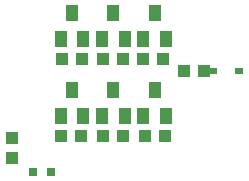
<source format=gbr>
G04 EAGLE Gerber RS-274X export*
G75*
%MOMM*%
%FSLAX34Y34*%
%LPD*%
%INSolderpaste Top*%
%IPPOS*%
%AMOC8*
5,1,8,0,0,1.08239X$1,22.5*%
G01*
%ADD10R,0.800000X0.800000*%
%ADD11R,1.100000X1.000000*%
%ADD12R,1.000000X1.100000*%
%ADD13R,1.000000X1.400000*%
%ADD14R,0.800000X0.500000*%


D10*
X-51950Y34925D03*
X-36950Y34925D03*
D11*
X-69625Y63500D03*
X-69625Y46500D03*
D12*
X75638Y120650D03*
X92638Y120650D03*
D13*
X-19050Y104663D03*
X-9550Y82663D03*
X-28550Y82663D03*
D12*
X-11575Y65313D03*
X-28575Y65313D03*
D13*
X15875Y104663D03*
X25375Y82663D03*
X6375Y82663D03*
D12*
X24375Y65088D03*
X7375Y65088D03*
D13*
X50800Y104663D03*
X60300Y82663D03*
X41300Y82663D03*
D12*
X59300Y65088D03*
X42300Y65088D03*
D13*
X-19050Y169750D03*
X-9550Y147750D03*
X-28550Y147750D03*
D12*
X-10550Y130175D03*
X-27550Y130175D03*
D13*
X15875Y169750D03*
X25375Y147750D03*
X6375Y147750D03*
D12*
X24375Y130175D03*
X7375Y130175D03*
D13*
X50800Y169750D03*
X60300Y147750D03*
X41300Y147750D03*
D12*
X57713Y130175D03*
X40713Y130175D03*
D14*
X122125Y120650D03*
X100125Y120650D03*
M02*

</source>
